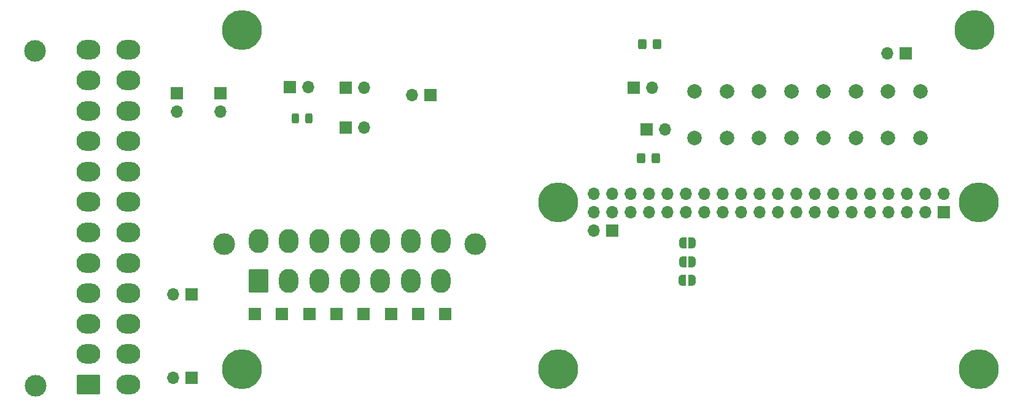
<source format=gbr>
%TF.GenerationSoftware,KiCad,Pcbnew,8.0.3*%
%TF.CreationDate,2024-11-03T20:58:56+01:00*%
%TF.ProjectId,Rev2_RGB2HDMI,52657632-5f52-4474-9232-48444d492e6b,rev?*%
%TF.SameCoordinates,Original*%
%TF.FileFunction,Soldermask,Top*%
%TF.FilePolarity,Negative*%
%FSLAX46Y46*%
G04 Gerber Fmt 4.6, Leading zero omitted, Abs format (unit mm)*
G04 Created by KiCad (PCBNEW 8.0.3) date 2024-11-03 20:58:56*
%MOMM*%
%LPD*%
G01*
G04 APERTURE LIST*
G04 Aperture macros list*
%AMRoundRect*
0 Rectangle with rounded corners*
0 $1 Rounding radius*
0 $2 $3 $4 $5 $6 $7 $8 $9 X,Y pos of 4 corners*
0 Add a 4 corners polygon primitive as box body*
4,1,4,$2,$3,$4,$5,$6,$7,$8,$9,$2,$3,0*
0 Add four circle primitives for the rounded corners*
1,1,$1+$1,$2,$3*
1,1,$1+$1,$4,$5*
1,1,$1+$1,$6,$7*
1,1,$1+$1,$8,$9*
0 Add four rect primitives between the rounded corners*
20,1,$1+$1,$2,$3,$4,$5,0*
20,1,$1+$1,$4,$5,$6,$7,0*
20,1,$1+$1,$6,$7,$8,$9,0*
20,1,$1+$1,$8,$9,$2,$3,0*%
%AMFreePoly0*
4,1,19,0.500000,-0.750000,0.000000,-0.750000,0.000000,-0.744911,-0.071157,-0.744911,-0.207708,-0.704816,-0.327430,-0.627875,-0.420627,-0.520320,-0.479746,-0.390866,-0.500000,-0.250000,-0.500000,0.250000,-0.479746,0.390866,-0.420627,0.520320,-0.327430,0.627875,-0.207708,0.704816,-0.071157,0.744911,0.000000,0.744911,0.000000,0.750000,0.500000,0.750000,0.500000,-0.750000,0.500000,-0.750000,
$1*%
%AMFreePoly1*
4,1,19,0.000000,0.744911,0.071157,0.744911,0.207708,0.704816,0.327430,0.627875,0.420627,0.520320,0.479746,0.390866,0.500000,0.250000,0.500000,-0.250000,0.479746,-0.390866,0.420627,-0.520320,0.327430,-0.627875,0.207708,-0.704816,0.071157,-0.744911,0.000000,-0.744911,0.000000,-0.750000,-0.500000,-0.750000,-0.500000,0.750000,0.000000,0.750000,0.000000,0.744911,0.000000,0.744911,
$1*%
G04 Aperture macros list end*
%ADD10R,1.700000X1.700000*%
%ADD11O,1.700000X1.700000*%
%ADD12C,2.000000*%
%ADD13FreePoly0,180.000000*%
%ADD14FreePoly1,180.000000*%
%ADD15C,5.500000*%
%ADD16RoundRect,0.250000X0.325000X0.450000X-0.325000X0.450000X-0.325000X-0.450000X0.325000X-0.450000X0*%
%ADD17C,3.000000*%
%ADD18RoundRect,0.250001X1.399999X-1.099999X1.399999X1.099999X-1.399999X1.099999X-1.399999X-1.099999X0*%
%ADD19O,3.300000X2.700000*%
%ADD20RoundRect,0.243750X-0.243750X-0.456250X0.243750X-0.456250X0.243750X0.456250X-0.243750X0.456250X0*%
%ADD21O,2.700000X3.300000*%
%ADD22RoundRect,0.250001X-1.099999X-1.399999X1.099999X-1.399999X1.099999X1.399999X-1.099999X1.399999X0*%
G04 APERTURE END LIST*
D10*
%TO.C,P1*%
X206694475Y-71144091D03*
D11*
X206694475Y-68604091D03*
X204154475Y-71144091D03*
X204154475Y-68604091D03*
X201614475Y-71144091D03*
X201614475Y-68604091D03*
X199074475Y-71144091D03*
X199074475Y-68604091D03*
X196534475Y-71144091D03*
X196534475Y-68604091D03*
X193994475Y-71144091D03*
X193994475Y-68604091D03*
X191454475Y-71144091D03*
X191454475Y-68604091D03*
X188914475Y-71144091D03*
X188914475Y-68604091D03*
X186374475Y-71144091D03*
X186374475Y-68604091D03*
X183834475Y-71144091D03*
X183834475Y-68604091D03*
X181294475Y-71144091D03*
X181294475Y-68604091D03*
X178754475Y-71144091D03*
X178754475Y-68604091D03*
X176214475Y-71144091D03*
X176214475Y-68604091D03*
X173674475Y-71144091D03*
X173674475Y-68604091D03*
X171134475Y-71144091D03*
X171134475Y-68604091D03*
X168594475Y-71144091D03*
X168594475Y-68604091D03*
X166054475Y-71144091D03*
X166054475Y-68604091D03*
X163514475Y-71144091D03*
X163514475Y-68604091D03*
X160974475Y-71144091D03*
X160974475Y-68604091D03*
X158434475Y-71144091D03*
X158434475Y-68604091D03*
%TD*%
D10*
%TO.C,J10*%
X165750000Y-59750000D03*
D11*
X168290000Y-59750000D03*
%TD*%
D12*
%TO.C,SW2*%
X190138402Y-60962202D03*
X190138402Y-54462202D03*
X194638402Y-60962202D03*
X194638402Y-54462202D03*
%TD*%
%TO.C,SW4*%
X172358402Y-60962202D03*
X172358402Y-54462202D03*
X176858402Y-60962202D03*
X176858402Y-54462202D03*
%TD*%
D11*
%TO.C,J11*%
X100460000Y-94000000D03*
D10*
X103000000Y-94000000D03*
%TD*%
%TO.C,J6*%
X116540925Y-53913025D03*
D11*
X119080925Y-53913025D03*
%TD*%
D10*
%TO.C,J4*%
X124250000Y-53985025D03*
D11*
X126790000Y-53985025D03*
%TD*%
D13*
%TO.C,JP4*%
X172046525Y-78006825D03*
D14*
X170746525Y-78006825D03*
%TD*%
D10*
%TO.C,J9*%
X107000000Y-54725000D03*
D11*
X107000000Y-57265000D03*
%TD*%
D13*
%TO.C,JP1*%
X172046525Y-75365225D03*
D14*
X170746525Y-75365225D03*
%TD*%
D15*
%TO.C,H1*%
X153590000Y-92850000D03*
%TD*%
D12*
%TO.C,SW3*%
X181248402Y-60962202D03*
X181248402Y-54462202D03*
X185748402Y-60962202D03*
X185748402Y-54462202D03*
%TD*%
D16*
%TO.C,D2*%
X167025000Y-63750000D03*
X164975000Y-63750000D03*
%TD*%
D17*
%TO.C,*%
X81459925Y-48865025D03*
%TD*%
D18*
%TO.C,J1*%
X88829925Y-94965025D03*
D19*
X88829925Y-90765025D03*
X88829925Y-86565025D03*
X88829925Y-82365025D03*
X88829925Y-78165025D03*
X88829925Y-73965025D03*
X88829925Y-69765025D03*
X88829925Y-65565025D03*
X88829925Y-61365025D03*
X88829925Y-57165025D03*
X88829925Y-52965025D03*
X88829925Y-48765025D03*
X94329925Y-94965025D03*
X94329925Y-90765025D03*
X94329925Y-86565025D03*
X94329925Y-82365025D03*
X94329925Y-78165025D03*
X94329925Y-73965025D03*
X94329925Y-69765025D03*
X94329925Y-65565025D03*
X94329925Y-61365025D03*
X94329925Y-57165025D03*
X94329925Y-52965025D03*
X94329925Y-48765025D03*
%TD*%
D15*
%TO.C,H1*%
X211590000Y-69850000D03*
%TD*%
D10*
%TO.C,J13*%
X103040000Y-82500000D03*
D11*
X100500000Y-82500000D03*
%TD*%
D10*
%TO.C,J8*%
X124225000Y-59500000D03*
D11*
X126765000Y-59500000D03*
%TD*%
D10*
%TO.C,P4*%
X160974475Y-73684091D03*
D11*
X158434475Y-73684091D03*
%TD*%
D15*
%TO.C,H1*%
X153590000Y-69850000D03*
%TD*%
D16*
%TO.C,D1*%
X167225000Y-48000000D03*
X165175000Y-48000000D03*
%TD*%
D12*
%TO.C,SW1*%
X199028402Y-60962202D03*
X199028402Y-54462202D03*
X203528402Y-60962202D03*
X203528402Y-54462202D03*
%TD*%
D10*
%TO.C,J7*%
X164000000Y-54000000D03*
D11*
X166540000Y-54000000D03*
%TD*%
D10*
%TO.C,REF\u002A\u002A*%
X123000000Y-85197848D03*
%TD*%
%TO.C,REF\u002A\u002A*%
X130500000Y-85197848D03*
%TD*%
D20*
%TO.C,D4*%
X117312500Y-58250000D03*
X119187500Y-58250000D03*
%TD*%
D10*
%TO.C,J3*%
X201525000Y-49250000D03*
D11*
X198985000Y-49250000D03*
%TD*%
D10*
%TO.C,REF\u002A\u002A*%
X126750000Y-85197848D03*
%TD*%
%TO.C,J12*%
X135975000Y-55000000D03*
D11*
X133435000Y-55000000D03*
%TD*%
D10*
%TO.C,REF\u002A\u002A*%
X111750000Y-85197848D03*
%TD*%
D17*
%TO.C,*%
X81485325Y-95093025D03*
%TD*%
D10*
%TO.C,REF\u002A\u002A*%
X134250000Y-85197848D03*
%TD*%
D15*
%TO.C,H1*%
X210959925Y-45985025D03*
%TD*%
D13*
%TO.C,JP2*%
X171995725Y-80572225D03*
D14*
X170695725Y-80572225D03*
%TD*%
D15*
%TO.C,H1*%
X109959925Y-45985025D03*
%TD*%
%TO.C,H1*%
X109959925Y-92850000D03*
%TD*%
D10*
%TO.C,REF\u002A\u002A*%
X119250000Y-85197848D03*
%TD*%
%TO.C,REF\u002A\u002A*%
X138000000Y-85197848D03*
%TD*%
D15*
%TO.C,H1*%
X211590000Y-92850000D03*
%TD*%
D10*
%TO.C,J5*%
X101000000Y-54725000D03*
D11*
X101000000Y-57265000D03*
%TD*%
D10*
%TO.C,REF\u002A\u002A*%
X115500000Y-85197848D03*
%TD*%
D17*
%TO.C,J2*%
X107531552Y-75590000D03*
X142131552Y-75590000D03*
D21*
X137431552Y-80630000D03*
X133231552Y-80630000D03*
X129031552Y-80630000D03*
X124831552Y-80630000D03*
X120631552Y-80630000D03*
X116431552Y-80630000D03*
D22*
X112231552Y-80630000D03*
D21*
X137431552Y-75130000D03*
X133231552Y-75130000D03*
X129031552Y-75130000D03*
X124831552Y-75130000D03*
X120631552Y-75130000D03*
X116431552Y-75130000D03*
X112231552Y-75130000D03*
%TD*%
M02*

</source>
